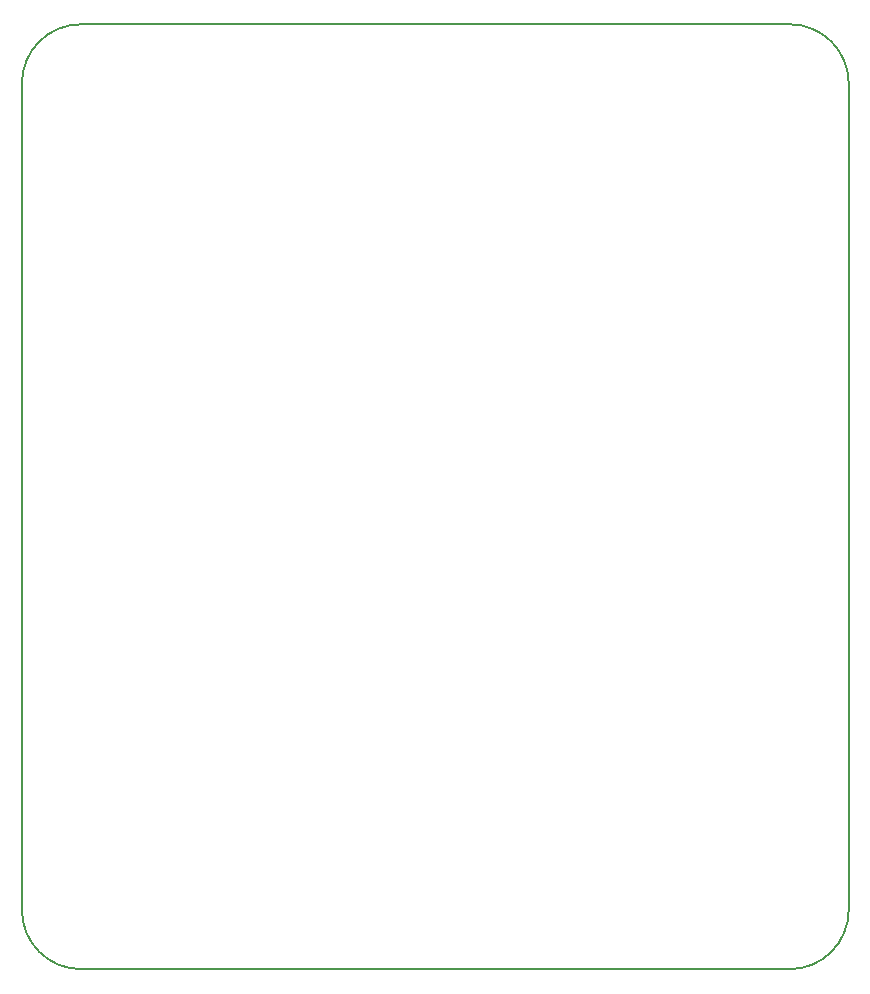
<source format=gbr>
%TF.GenerationSoftware,KiCad,Pcbnew,8.0.7*%
%TF.CreationDate,2025-04-09T11:56:33+02:00*%
%TF.ProjectId,PCB_CDFR,5043425f-4344-4465-922e-6b696361645f,rev?*%
%TF.SameCoordinates,Original*%
%TF.FileFunction,Profile,NP*%
%FSLAX46Y46*%
G04 Gerber Fmt 4.6, Leading zero omitted, Abs format (unit mm)*
G04 Created by KiCad (PCBNEW 8.0.7) date 2025-04-09 11:56:33*
%MOMM*%
%LPD*%
G01*
G04 APERTURE LIST*
%TA.AperFunction,Profile*%
%ADD10C,0.200000*%
%TD*%
G04 APERTURE END LIST*
D10*
X81750000Y-99250000D02*
X81750000Y-29250000D01*
X151750000Y-29250000D02*
X151750000Y-99250000D01*
X86750000Y-24250000D02*
X146750000Y-24250000D01*
X81750000Y-29250000D02*
G75*
G02*
X86750000Y-24250000I5000000J0D01*
G01*
X146750000Y-24250000D02*
G75*
G02*
X151750000Y-29250000I0J-5000000D01*
G01*
X86750000Y-104250000D02*
G75*
G02*
X81750000Y-99250000I0J5000000D01*
G01*
X146750000Y-104250000D02*
X86750000Y-104250000D01*
X151750000Y-99250000D02*
G75*
G02*
X146750000Y-104250000I-5000000J0D01*
G01*
M02*

</source>
